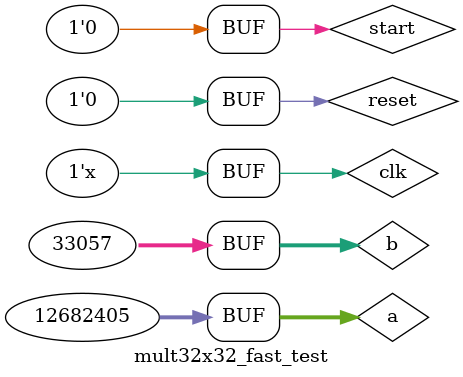
<source format=sv>
module mult32x32_fast_test;

    logic clk;            // Clock
    logic reset;          // Reset
    logic start;          // Start signal
    logic [31:0] a;       // Input a
    logic [31:0] b;       // Input b
    logic busy;           // Multiplier busy indication
    logic [63:0] product; // Miltiplication product

// Put your code here
// ------------------

mult32x32_fast uut (
    .clk(clk),
    .reset(reset),
    .start(start),
    .a(a),
    .b(b),
    .busy(busy),
    .product(product)
);


initial begin
    clk = 1'b1;
    reset = 1'b1;
    
    #40
    reset = 1'b0;
    start = 1'b0;
    a = 32'd214008997;
    b = 32'd213745953;
    
    #10
    start = 1'b1;

    #10
    start = 1'b0;

    #110
    a[31:24] = 8'b0;
    b[31:16] = 16'b0;
    
    #10 
    start = 1'b1;

    #10
    start = 1'b0;

end

always begin
    #5
    clk = ~clk;
end

// End of your code

endmodule

</source>
